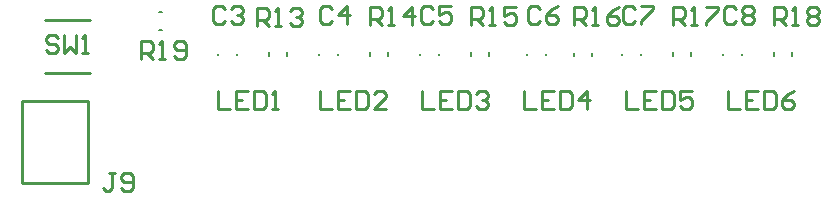
<source format=gto>
G04*
G04 #@! TF.GenerationSoftware,Altium Limited,Altium Designer,20.0.14 (345)*
G04*
G04 Layer_Color=65535*
%FSLAX25Y25*%
%MOIN*%
G70*
G01*
G75*
%ADD10C,0.00591*%
%ADD11C,0.01000*%
D10*
X49909Y62453D02*
X51091D01*
X49909Y56547D02*
X51091D01*
X86692Y48008D02*
Y49189D01*
X92598Y48008D02*
Y49189D01*
X69850Y48303D02*
Y48697D01*
X76150Y48303D02*
Y48697D01*
X154034Y48008D02*
Y49189D01*
X159940Y48008D02*
Y49189D01*
X120363Y48008D02*
Y49189D01*
X126269Y48008D02*
Y49189D01*
X137192Y48303D02*
Y48697D01*
X143492Y48303D02*
Y48697D01*
X103521Y48303D02*
Y48697D01*
X109821Y48303D02*
Y48697D01*
X255047Y48008D02*
Y49189D01*
X260953Y48008D02*
Y49189D01*
X221376Y48008D02*
Y49189D01*
X227282Y48008D02*
Y49189D01*
X188547Y47909D02*
Y49091D01*
X194453Y47909D02*
Y49091D01*
X238205Y48303D02*
Y48697D01*
X244505Y48303D02*
Y48697D01*
X204534Y48303D02*
Y48697D01*
X210834Y48303D02*
Y48697D01*
X172850Y48303D02*
Y48697D01*
X179150Y48303D02*
Y48697D01*
D11*
X12000Y42142D02*
X27000D01*
X12000Y59858D02*
X27000D01*
X26291Y5516D02*
Y33075D01*
X4244Y5516D02*
X26291D01*
X4244D02*
Y33075D01*
X26291D01*
X44002Y47001D02*
X44003Y52999D01*
X47001Y52999D01*
X48001Y51999D01*
X48001Y50000D01*
X47001Y49000D01*
X44002Y49000D01*
X46002Y49000D02*
X48001Y47001D01*
X50001Y47001D02*
X52000Y47001D01*
X51000Y47001D01*
X51000Y52999D01*
X50001Y51999D01*
X54999Y48001D02*
X55998Y47001D01*
X57998Y47001D01*
X58998Y48001D01*
X58998Y51999D01*
X57998Y52999D01*
X55999Y52999D01*
X54999Y51999D01*
X54999Y51000D01*
X55999Y50000D01*
X58998Y50000D01*
X16501Y53999D02*
X15501Y54999D01*
X13502D01*
X12502Y53999D01*
Y53000D01*
X13502Y52000D01*
X15501D01*
X16501Y51000D01*
Y50001D01*
X15501Y49001D01*
X13502D01*
X12502Y50001D01*
X18500Y54999D02*
Y49001D01*
X20500Y51000D01*
X22499Y49001D01*
Y54999D01*
X24498Y49001D02*
X26498D01*
X25498D01*
Y54999D01*
X24498Y53999D01*
X35500Y8999D02*
X33501D01*
X34501D01*
Y4001D01*
X33501Y3001D01*
X32501D01*
X31502Y4001D01*
X37500D02*
X38499Y3001D01*
X40499D01*
X41498Y4001D01*
Y7999D01*
X40499Y8999D01*
X38499D01*
X37500Y7999D01*
Y7000D01*
X38499Y6000D01*
X41498D01*
X82647Y58099D02*
Y64097D01*
X85646D01*
X86646Y63098D01*
Y61098D01*
X85646Y60099D01*
X82647D01*
X84647D02*
X86646Y58099D01*
X88645D02*
X90645D01*
X89645D01*
Y64097D01*
X88645Y63098D01*
X93644D02*
X94643Y64097D01*
X96643D01*
X97642Y63098D01*
Y62098D01*
X96643Y61098D01*
X95643D01*
X96643D01*
X97642Y60099D01*
Y59099D01*
X96643Y58099D01*
X94643D01*
X93644Y59099D01*
X72000Y63499D02*
X71001Y64499D01*
X69001D01*
X68002Y63499D01*
Y59501D01*
X69001Y58501D01*
X71001D01*
X72000Y59501D01*
X74000Y63499D02*
X74999Y64499D01*
X76999D01*
X77998Y63499D01*
Y62500D01*
X76999Y61500D01*
X75999D01*
X76999D01*
X77998Y60500D01*
Y59501D01*
X76999Y58501D01*
X74999D01*
X74000Y59501D01*
X153987Y58398D02*
Y64397D01*
X156986D01*
X157986Y63397D01*
Y61397D01*
X156986Y60398D01*
X153987D01*
X155986D02*
X157986Y58398D01*
X159985D02*
X161984D01*
X160985D01*
Y64397D01*
X159985Y63397D01*
X168982Y64397D02*
X164983D01*
Y61397D01*
X166983Y62397D01*
X167982D01*
X168982Y61397D01*
Y59398D01*
X167982Y58398D01*
X165983D01*
X164983Y59398D01*
X120316Y58398D02*
Y64397D01*
X123315D01*
X124315Y63397D01*
Y61397D01*
X123315Y60398D01*
X120316D01*
X122315D02*
X124315Y58398D01*
X126314D02*
X128313D01*
X127314D01*
Y64397D01*
X126314Y63397D01*
X134311Y58398D02*
Y64397D01*
X131312Y61397D01*
X135311D01*
X141341Y63498D02*
X140341Y64498D01*
X138342D01*
X137342Y63498D01*
Y59500D01*
X138342Y58500D01*
X140341D01*
X141341Y59500D01*
X147339Y64498D02*
X143340D01*
Y61499D01*
X145339Y62499D01*
X146339D01*
X147339Y61499D01*
Y59500D01*
X146339Y58500D01*
X144340D01*
X143340Y59500D01*
X107670Y63498D02*
X106670Y64498D01*
X104671D01*
X103671Y63498D01*
Y59500D01*
X104671Y58500D01*
X106670D01*
X107670Y59500D01*
X112668Y58500D02*
Y64498D01*
X109669Y61499D01*
X113668D01*
X137850Y36348D02*
Y30350D01*
X141849D01*
X147847Y36348D02*
X143848D01*
Y30350D01*
X147847D01*
X143848Y33349D02*
X145847D01*
X149846Y36348D02*
Y30350D01*
X152845D01*
X153845Y31350D01*
Y35348D01*
X152845Y36348D01*
X149846D01*
X155844Y35348D02*
X156844Y36348D01*
X158843D01*
X159843Y35348D01*
Y34349D01*
X158843Y33349D01*
X157843D01*
X158843D01*
X159843Y32349D01*
Y31350D01*
X158843Y30350D01*
X156844D01*
X155844Y31350D01*
X103850Y36348D02*
Y30350D01*
X107849D01*
X113847Y36348D02*
X109848D01*
Y30350D01*
X113847D01*
X109848Y33349D02*
X111847D01*
X115846Y36348D02*
Y30350D01*
X118845D01*
X119845Y31350D01*
Y35348D01*
X118845Y36348D01*
X115846D01*
X125843Y30350D02*
X121844D01*
X125843Y34349D01*
Y35348D01*
X124843Y36348D01*
X122844D01*
X121844Y35348D01*
X69850Y36348D02*
Y30350D01*
X73849D01*
X79847Y36348D02*
X75848D01*
Y30350D01*
X79847D01*
X75848Y33349D02*
X77847D01*
X81846Y36348D02*
Y30350D01*
X84845D01*
X85845Y31350D01*
Y35348D01*
X84845Y36348D01*
X81846D01*
X87844Y30350D02*
X89843D01*
X88844D01*
Y36348D01*
X87844Y35348D01*
X255000Y58400D02*
Y64398D01*
X257999D01*
X258999Y63398D01*
Y61399D01*
X257999Y60399D01*
X255000D01*
X256999D02*
X258999Y58400D01*
X260998D02*
X262997D01*
X261998D01*
Y64398D01*
X260998Y63398D01*
X265996D02*
X266996Y64398D01*
X268995D01*
X269995Y63398D01*
Y62399D01*
X268995Y61399D01*
X269995Y60399D01*
Y59400D01*
X268995Y58400D01*
X266996D01*
X265996Y59400D01*
Y60399D01*
X266996Y61399D01*
X265996Y62399D01*
Y63398D01*
X266996Y61399D02*
X268995D01*
X221300Y58400D02*
Y64398D01*
X224299D01*
X225299Y63398D01*
Y61399D01*
X224299Y60399D01*
X221300D01*
X223299D02*
X225299Y58400D01*
X227298D02*
X229297D01*
X228298D01*
Y64398D01*
X227298Y63398D01*
X232296Y64398D02*
X236295D01*
Y63398D01*
X232296Y59400D01*
Y58400D01*
X188442Y58302D02*
Y64300D01*
X191441D01*
X192441Y63300D01*
Y61301D01*
X191441Y60301D01*
X188442D01*
X190441D02*
X192441Y58302D01*
X194440D02*
X196440D01*
X195440D01*
Y64300D01*
X194440Y63300D01*
X203437Y64300D02*
X201438Y63300D01*
X199439Y61301D01*
Y59301D01*
X200438Y58302D01*
X202437D01*
X203437Y59301D01*
Y60301D01*
X202437Y61301D01*
X199439D01*
X242354Y63498D02*
X241354Y64498D01*
X239355D01*
X238355Y63498D01*
Y59500D01*
X239355Y58500D01*
X241354D01*
X242354Y59500D01*
X244353Y63498D02*
X245353Y64498D01*
X247352D01*
X248352Y63498D01*
Y62499D01*
X247352Y61499D01*
X248352Y60499D01*
Y59500D01*
X247352Y58500D01*
X245353D01*
X244353Y59500D01*
Y60499D01*
X245353Y61499D01*
X244353Y62499D01*
Y63498D01*
X245353Y61499D02*
X247352D01*
X208683Y63498D02*
X207683Y64498D01*
X205684D01*
X204684Y63498D01*
Y59500D01*
X205684Y58500D01*
X207683D01*
X208683Y59500D01*
X210682Y64498D02*
X214681D01*
Y63498D01*
X210682Y59500D01*
Y58500D01*
X176999Y63498D02*
X175999Y64498D01*
X174000D01*
X173000Y63498D01*
Y59500D01*
X174000Y58500D01*
X175999D01*
X176999Y59500D01*
X182997Y64498D02*
X180997Y63498D01*
X178998Y61499D01*
Y59500D01*
X179998Y58500D01*
X181997D01*
X182997Y59500D01*
Y60499D01*
X181997Y61499D01*
X178998D01*
X239850Y36348D02*
Y30350D01*
X243849D01*
X249847Y36348D02*
X245848D01*
Y30350D01*
X249847D01*
X245848Y33349D02*
X247847D01*
X251846Y36348D02*
Y30350D01*
X254845D01*
X255845Y31350D01*
Y35348D01*
X254845Y36348D01*
X251846D01*
X261843D02*
X259843Y35348D01*
X257844Y33349D01*
Y31350D01*
X258844Y30350D01*
X260843D01*
X261843Y31350D01*
Y32349D01*
X260843Y33349D01*
X257844D01*
X205850Y36348D02*
Y30350D01*
X209849D01*
X215847Y36348D02*
X211848D01*
Y30350D01*
X215847D01*
X211848Y33349D02*
X213847D01*
X217846Y36348D02*
Y30350D01*
X220845D01*
X221845Y31350D01*
Y35348D01*
X220845Y36348D01*
X217846D01*
X227843D02*
X223844D01*
Y33349D01*
X225844Y34349D01*
X226843D01*
X227843Y33349D01*
Y31350D01*
X226843Y30350D01*
X224844D01*
X223844Y31350D01*
X171850Y36348D02*
Y30350D01*
X175849D01*
X181847Y36348D02*
X177848D01*
Y30350D01*
X181847D01*
X177848Y33349D02*
X179847D01*
X183846Y36348D02*
Y30350D01*
X186845D01*
X187845Y31350D01*
Y35348D01*
X186845Y36348D01*
X183846D01*
X192843Y30350D02*
Y36348D01*
X189844Y33349D01*
X193843D01*
M02*

</source>
